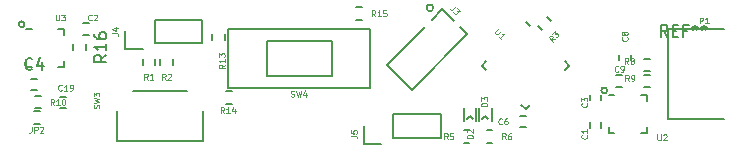
<source format=gbr>
G04 #@! TF.GenerationSoftware,KiCad,Pcbnew,(2016-12-18 revision 3ffa37c)-master*
G04 #@! TF.CreationDate,2017-03-25T20:52:01-07:00*
G04 #@! TF.ProjectId,Pensel,50656E73656C2E6B696361645F706362,rev?*
G04 #@! TF.FileFunction,Legend,Top*
G04 #@! TF.FilePolarity,Positive*
%FSLAX46Y46*%
G04 Gerber Fmt 4.6, Leading zero omitted, Abs format (unit mm)*
G04 Created by KiCad (PCBNEW (2016-12-18 revision 3ffa37c)-master) date Saturday, March 25, 2017 'PMt' 08:52:01 PM*
%MOMM*%
%LPD*%
G01*
G04 APERTURE LIST*
%ADD10C,0.100000*%
%ADD11C,0.200000*%
%ADD12C,0.150000*%
%ADD13C,0.075000*%
G04 APERTURE END LIST*
D10*
D11*
X85582843Y-139400000D02*
G75*
G03X85582843Y-139400000I-282843J0D01*
G01*
D12*
X105500000Y-148800000D02*
X110200000Y-148800000D01*
X110200000Y-141200000D02*
X105500000Y-141200000D01*
X105500000Y-141200000D02*
X105500000Y-148800000D01*
X90100000Y-150825000D02*
X90600000Y-150825000D01*
X90600000Y-149775000D02*
X90100000Y-149775000D01*
X97112311Y-144300000D02*
X96741080Y-144671231D01*
X89687689Y-144300000D02*
X90058920Y-143928769D01*
X93400000Y-148012311D02*
X93771231Y-147641080D01*
X93400000Y-140587689D02*
X93771231Y-140958920D01*
X89687689Y-144300000D02*
X90058920Y-144671231D01*
X93400000Y-148012311D02*
X93028769Y-147641080D01*
X97112311Y-144300000D02*
X96741080Y-143928769D01*
X50975000Y-140800000D02*
G75*
G03X50975000Y-140800000I-250000J0D01*
G01*
X54350000Y-141175000D02*
X53850000Y-141175000D01*
X54350000Y-144425000D02*
X53850000Y-144425000D01*
X51100000Y-144425000D02*
X51600000Y-144425000D01*
X51100000Y-141175000D02*
X51600000Y-141175000D01*
X54350000Y-144425000D02*
X54350000Y-143925000D01*
X51100000Y-144425000D02*
X51100000Y-143925000D01*
X54350000Y-141175000D02*
X54350000Y-141675000D01*
X88150000Y-150825000D02*
X88650000Y-150825000D01*
X88650000Y-149775000D02*
X88150000Y-149775000D01*
X79700000Y-150900000D02*
X79700000Y-149400000D01*
X81200000Y-150900000D02*
X79700000Y-150900000D01*
X86200000Y-150400000D02*
X82200000Y-150400000D01*
X86200000Y-148400000D02*
X86200000Y-150400000D01*
X82200000Y-148400000D02*
X86200000Y-148400000D01*
X82200000Y-150400000D02*
X82200000Y-148400000D01*
X95548008Y-140555546D02*
X95194454Y-140201992D01*
X94451992Y-140944454D02*
X94805546Y-141298008D01*
X103675000Y-146775000D02*
X103675000Y-147275000D01*
X100425000Y-150025000D02*
X100425000Y-149525000D01*
X103675000Y-150025000D02*
X103675000Y-149525000D01*
X100425000Y-146775000D02*
X100925000Y-146775000D01*
X100425000Y-150025000D02*
X100925000Y-150025000D01*
X103675000Y-150025000D02*
X103175000Y-150025000D01*
X103675000Y-146775000D02*
X103175000Y-146775000D01*
X100300000Y-146400000D02*
G75*
G03X100300000Y-146400000I-250000J0D01*
G01*
X102295000Y-143860000D02*
X102295000Y-143360000D01*
X101345000Y-143360000D02*
X101345000Y-143860000D01*
X66097000Y-150720000D02*
X58800000Y-150720000D01*
X58800000Y-150720000D02*
X58800000Y-148150000D01*
X64700000Y-146420000D02*
X60200000Y-146420000D01*
X66097000Y-150720000D02*
X66097000Y-148150000D01*
X68200000Y-146200000D02*
X80200000Y-146200000D01*
X80200000Y-146200000D02*
X80200000Y-141200000D01*
X80200000Y-141200000D02*
X68200000Y-141200000D01*
X68200000Y-141200000D02*
X68200000Y-146200000D01*
X71500000Y-145200000D02*
X77000000Y-145200000D01*
X77000000Y-145200000D02*
X77000000Y-142200000D01*
X77000000Y-142200000D02*
X71500000Y-142200000D01*
X71500000Y-142200000D02*
X71500000Y-145200000D01*
X98825000Y-149050000D02*
X98825000Y-149550000D01*
X99775000Y-149550000D02*
X99775000Y-149050000D01*
X55950000Y-141675000D02*
X56450000Y-141675000D01*
X56450000Y-140725000D02*
X55950000Y-140725000D01*
X99775000Y-147250000D02*
X99775000Y-146750000D01*
X98825000Y-146750000D02*
X98825000Y-147250000D01*
X52050000Y-145425000D02*
X51550000Y-145425000D01*
X51550000Y-146375000D02*
X52050000Y-146375000D01*
X92950000Y-149475000D02*
X93450000Y-149475000D01*
X93450000Y-148525000D02*
X92950000Y-148525000D01*
X101025000Y-146075000D02*
X101525000Y-146075000D01*
X101525000Y-145125000D02*
X101025000Y-145125000D01*
X54450000Y-146925000D02*
X53950000Y-146925000D01*
X53950000Y-147875000D02*
X54450000Y-147875000D01*
X88700000Y-148600000D02*
X88450000Y-148800000D01*
X88950000Y-148800000D02*
X88700000Y-148600000D01*
X89225000Y-148950000D02*
X89225000Y-147900000D01*
X88175000Y-148950000D02*
X88175000Y-147900000D01*
X89475000Y-148950000D02*
X89475000Y-147900000D01*
X90525000Y-148950000D02*
X90525000Y-147900000D01*
X90250000Y-148800000D02*
X90000000Y-148600000D01*
X90000000Y-148600000D02*
X89750000Y-148800000D01*
X88446661Y-141623188D02*
X87880975Y-141057502D01*
X83744401Y-146325448D02*
X88446661Y-141623188D01*
X83744401Y-146325448D02*
X81658436Y-144239483D01*
X81658436Y-144239483D02*
X84875771Y-141022147D01*
X87315290Y-140491817D02*
X86360696Y-139537223D01*
X86360696Y-139537223D02*
X85441457Y-140456462D01*
X62000000Y-142400000D02*
X62000000Y-140400000D01*
X62000000Y-140400000D02*
X66000000Y-140400000D01*
X66000000Y-140400000D02*
X66000000Y-142400000D01*
X66000000Y-142400000D02*
X62000000Y-142400000D01*
X61000000Y-142900000D02*
X59500000Y-142900000D01*
X59500000Y-142900000D02*
X59500000Y-141400000D01*
X62025000Y-144250000D02*
X62025000Y-143750000D01*
X60975000Y-143750000D02*
X60975000Y-144250000D01*
X62475000Y-143750000D02*
X62475000Y-144250000D01*
X63525000Y-144250000D02*
X63525000Y-143750000D01*
X103940000Y-143745000D02*
X103440000Y-143745000D01*
X103440000Y-144795000D02*
X103940000Y-144795000D01*
X103440000Y-146115000D02*
X103940000Y-146115000D01*
X103940000Y-145065000D02*
X103440000Y-145065000D01*
X51850000Y-147925000D02*
X52350000Y-147925000D01*
X52350000Y-146875000D02*
X51850000Y-146875000D01*
X66875000Y-141600000D02*
X66875000Y-142100000D01*
X67925000Y-142100000D02*
X67925000Y-141600000D01*
X68050000Y-147525000D02*
X68550000Y-147525000D01*
X68550000Y-146475000D02*
X68050000Y-146475000D01*
X79550000Y-139375000D02*
X79050000Y-139375000D01*
X79050000Y-140425000D02*
X79550000Y-140425000D01*
X51800000Y-149225000D02*
X52300000Y-149225000D01*
X52300000Y-148175000D02*
X51800000Y-148175000D01*
X56175000Y-143000000D02*
X56175000Y-142500000D01*
X55125000Y-142500000D02*
X55125000Y-143000000D01*
X105416666Y-141852380D02*
X105083333Y-141376190D01*
X104845238Y-141852380D02*
X104845238Y-140852380D01*
X105226190Y-140852380D01*
X105321428Y-140900000D01*
X105369047Y-140947619D01*
X105416666Y-141042857D01*
X105416666Y-141185714D01*
X105369047Y-141280952D01*
X105321428Y-141328571D01*
X105226190Y-141376190D01*
X104845238Y-141376190D01*
X105845238Y-141328571D02*
X106178571Y-141328571D01*
X106321428Y-141852380D02*
X105845238Y-141852380D01*
X105845238Y-140852380D01*
X106321428Y-140852380D01*
X107083333Y-141328571D02*
X106750000Y-141328571D01*
X106750000Y-141852380D02*
X106750000Y-140852380D01*
X107226190Y-140852380D01*
X107750000Y-140852380D02*
X107750000Y-141090476D01*
X107511904Y-140995238D02*
X107750000Y-141090476D01*
X107988095Y-140995238D01*
X107607142Y-141280952D02*
X107750000Y-141090476D01*
X107892857Y-141280952D01*
X108511904Y-140852380D02*
X108511904Y-141090476D01*
X108273809Y-140995238D02*
X108511904Y-141090476D01*
X108750000Y-140995238D01*
X108369047Y-141280952D02*
X108511904Y-141090476D01*
X108654761Y-141280952D01*
D13*
X108130952Y-140726190D02*
X108130952Y-140226190D01*
X108321428Y-140226190D01*
X108369047Y-140250000D01*
X108392857Y-140273809D01*
X108416666Y-140321428D01*
X108416666Y-140392857D01*
X108392857Y-140440476D01*
X108369047Y-140464285D01*
X108321428Y-140488095D01*
X108130952Y-140488095D01*
X108892857Y-140726190D02*
X108607142Y-140726190D01*
X108750000Y-140726190D02*
X108750000Y-140226190D01*
X108702380Y-140297619D01*
X108654761Y-140345238D01*
X108607142Y-140369047D01*
X91716666Y-150526190D02*
X91550000Y-150288095D01*
X91430952Y-150526190D02*
X91430952Y-150026190D01*
X91621428Y-150026190D01*
X91669047Y-150050000D01*
X91692857Y-150073809D01*
X91716666Y-150121428D01*
X91716666Y-150192857D01*
X91692857Y-150240476D01*
X91669047Y-150264285D01*
X91621428Y-150288095D01*
X91430952Y-150288095D01*
X92145238Y-150026190D02*
X92050000Y-150026190D01*
X92002380Y-150050000D01*
X91978571Y-150073809D01*
X91930952Y-150145238D01*
X91907142Y-150240476D01*
X91907142Y-150430952D01*
X91930952Y-150478571D01*
X91954761Y-150502380D01*
X92002380Y-150526190D01*
X92097619Y-150526190D01*
X92145238Y-150502380D01*
X92169047Y-150478571D01*
X92192857Y-150430952D01*
X92192857Y-150311904D01*
X92169047Y-150264285D01*
X92145238Y-150240476D01*
X92097619Y-150216666D01*
X92002380Y-150216666D01*
X91954761Y-150240476D01*
X91930952Y-150264285D01*
X91907142Y-150311904D01*
X91124238Y-141137013D02*
X90838028Y-141423223D01*
X90821192Y-141473730D01*
X90821192Y-141507402D01*
X90838028Y-141557910D01*
X90905372Y-141625253D01*
X90955879Y-141642089D01*
X90989551Y-141642089D01*
X91040059Y-141625253D01*
X91326269Y-141339043D01*
X91326269Y-142046150D02*
X91124238Y-141844120D01*
X91225253Y-141945135D02*
X91578807Y-141591582D01*
X91494627Y-141608417D01*
X91427284Y-141608417D01*
X91376776Y-141591582D01*
X53619047Y-139976190D02*
X53619047Y-140380952D01*
X53642857Y-140428571D01*
X53666666Y-140452380D01*
X53714285Y-140476190D01*
X53809523Y-140476190D01*
X53857142Y-140452380D01*
X53880952Y-140428571D01*
X53904761Y-140380952D01*
X53904761Y-139976190D01*
X54095238Y-139976190D02*
X54404761Y-139976190D01*
X54238095Y-140166666D01*
X54309523Y-140166666D01*
X54357142Y-140190476D01*
X54380952Y-140214285D01*
X54404761Y-140261904D01*
X54404761Y-140380952D01*
X54380952Y-140428571D01*
X54357142Y-140452380D01*
X54309523Y-140476190D01*
X54166666Y-140476190D01*
X54119047Y-140452380D01*
X54095238Y-140428571D01*
X86816666Y-150526190D02*
X86650000Y-150288095D01*
X86530952Y-150526190D02*
X86530952Y-150026190D01*
X86721428Y-150026190D01*
X86769047Y-150050000D01*
X86792857Y-150073809D01*
X86816666Y-150121428D01*
X86816666Y-150192857D01*
X86792857Y-150240476D01*
X86769047Y-150264285D01*
X86721428Y-150288095D01*
X86530952Y-150288095D01*
X87269047Y-150026190D02*
X87030952Y-150026190D01*
X87007142Y-150264285D01*
X87030952Y-150240476D01*
X87078571Y-150216666D01*
X87197619Y-150216666D01*
X87245238Y-150240476D01*
X87269047Y-150264285D01*
X87292857Y-150311904D01*
X87292857Y-150430952D01*
X87269047Y-150478571D01*
X87245238Y-150502380D01*
X87197619Y-150526190D01*
X87078571Y-150526190D01*
X87030952Y-150502380D01*
X87007142Y-150478571D01*
X78626190Y-150266666D02*
X78983333Y-150266666D01*
X79054761Y-150290476D01*
X79102380Y-150338095D01*
X79126190Y-150409523D01*
X79126190Y-150457142D01*
X78626190Y-149790476D02*
X78626190Y-150028571D01*
X78864285Y-150052380D01*
X78840476Y-150028571D01*
X78816666Y-149980952D01*
X78816666Y-149861904D01*
X78840476Y-149814285D01*
X78864285Y-149790476D01*
X78911904Y-149766666D01*
X79030952Y-149766666D01*
X79078571Y-149790476D01*
X79102380Y-149814285D01*
X79126190Y-149861904D01*
X79126190Y-149980952D01*
X79102380Y-150028571D01*
X79078571Y-150052380D01*
X95901015Y-142068866D02*
X95614805Y-142018358D01*
X95698984Y-142270896D02*
X95345431Y-141917343D01*
X95480118Y-141782656D01*
X95530625Y-141765820D01*
X95564297Y-141765820D01*
X95614805Y-141782656D01*
X95665312Y-141833164D01*
X95682148Y-141883671D01*
X95682148Y-141917343D01*
X95665312Y-141967851D01*
X95530625Y-142102538D01*
X95665312Y-141597461D02*
X95884179Y-141378595D01*
X95901015Y-141631133D01*
X95951522Y-141580625D01*
X96002030Y-141563790D01*
X96035702Y-141563790D01*
X96086209Y-141580625D01*
X96170389Y-141664805D01*
X96187225Y-141715312D01*
X96187225Y-141748984D01*
X96170389Y-141799492D01*
X96069374Y-141900507D01*
X96018866Y-141917343D01*
X95985194Y-141917343D01*
X104569047Y-150126190D02*
X104569047Y-150530952D01*
X104592857Y-150578571D01*
X104616666Y-150602380D01*
X104664285Y-150626190D01*
X104759523Y-150626190D01*
X104807142Y-150602380D01*
X104830952Y-150578571D01*
X104854761Y-150530952D01*
X104854761Y-150126190D01*
X105069047Y-150173809D02*
X105092857Y-150150000D01*
X105140476Y-150126190D01*
X105259523Y-150126190D01*
X105307142Y-150150000D01*
X105330952Y-150173809D01*
X105354761Y-150221428D01*
X105354761Y-150269047D01*
X105330952Y-150340476D01*
X105045238Y-150626190D01*
X105354761Y-150626190D01*
X101998571Y-141893333D02*
X102022380Y-141917142D01*
X102046190Y-141988571D01*
X102046190Y-142036190D01*
X102022380Y-142107619D01*
X101974761Y-142155238D01*
X101927142Y-142179047D01*
X101831904Y-142202857D01*
X101760476Y-142202857D01*
X101665238Y-142179047D01*
X101617619Y-142155238D01*
X101570000Y-142107619D01*
X101546190Y-142036190D01*
X101546190Y-141988571D01*
X101570000Y-141917142D01*
X101593809Y-141893333D01*
X101760476Y-141607619D02*
X101736666Y-141655238D01*
X101712857Y-141679047D01*
X101665238Y-141702857D01*
X101641428Y-141702857D01*
X101593809Y-141679047D01*
X101570000Y-141655238D01*
X101546190Y-141607619D01*
X101546190Y-141512380D01*
X101570000Y-141464761D01*
X101593809Y-141440952D01*
X101641428Y-141417142D01*
X101665238Y-141417142D01*
X101712857Y-141440952D01*
X101736666Y-141464761D01*
X101760476Y-141512380D01*
X101760476Y-141607619D01*
X101784285Y-141655238D01*
X101808095Y-141679047D01*
X101855714Y-141702857D01*
X101950952Y-141702857D01*
X101998571Y-141679047D01*
X102022380Y-141655238D01*
X102046190Y-141607619D01*
X102046190Y-141512380D01*
X102022380Y-141464761D01*
X101998571Y-141440952D01*
X101950952Y-141417142D01*
X101855714Y-141417142D01*
X101808095Y-141440952D01*
X101784285Y-141464761D01*
X101760476Y-141512380D01*
X57302380Y-147916666D02*
X57326190Y-147845238D01*
X57326190Y-147726190D01*
X57302380Y-147678571D01*
X57278571Y-147654761D01*
X57230952Y-147630952D01*
X57183333Y-147630952D01*
X57135714Y-147654761D01*
X57111904Y-147678571D01*
X57088095Y-147726190D01*
X57064285Y-147821428D01*
X57040476Y-147869047D01*
X57016666Y-147892857D01*
X56969047Y-147916666D01*
X56921428Y-147916666D01*
X56873809Y-147892857D01*
X56850000Y-147869047D01*
X56826190Y-147821428D01*
X56826190Y-147702380D01*
X56850000Y-147630952D01*
X56826190Y-147464285D02*
X57326190Y-147345238D01*
X56969047Y-147250000D01*
X57326190Y-147154761D01*
X56826190Y-147035714D01*
X56826190Y-146892857D02*
X56826190Y-146583333D01*
X57016666Y-146750000D01*
X57016666Y-146678571D01*
X57040476Y-146630952D01*
X57064285Y-146607142D01*
X57111904Y-146583333D01*
X57230952Y-146583333D01*
X57278571Y-146607142D01*
X57302380Y-146630952D01*
X57326190Y-146678571D01*
X57326190Y-146821428D01*
X57302380Y-146869047D01*
X57278571Y-146892857D01*
X73533333Y-146902380D02*
X73604761Y-146926190D01*
X73723809Y-146926190D01*
X73771428Y-146902380D01*
X73795238Y-146878571D01*
X73819047Y-146830952D01*
X73819047Y-146783333D01*
X73795238Y-146735714D01*
X73771428Y-146711904D01*
X73723809Y-146688095D01*
X73628571Y-146664285D01*
X73580952Y-146640476D01*
X73557142Y-146616666D01*
X73533333Y-146569047D01*
X73533333Y-146521428D01*
X73557142Y-146473809D01*
X73580952Y-146450000D01*
X73628571Y-146426190D01*
X73747619Y-146426190D01*
X73819047Y-146450000D01*
X73985714Y-146426190D02*
X74104761Y-146926190D01*
X74200000Y-146569047D01*
X74295238Y-146926190D01*
X74414285Y-146426190D01*
X74819047Y-146592857D02*
X74819047Y-146926190D01*
X74700000Y-146402380D02*
X74580952Y-146759523D01*
X74890476Y-146759523D01*
X98578571Y-150183333D02*
X98602380Y-150207142D01*
X98626190Y-150278571D01*
X98626190Y-150326190D01*
X98602380Y-150397619D01*
X98554761Y-150445238D01*
X98507142Y-150469047D01*
X98411904Y-150492857D01*
X98340476Y-150492857D01*
X98245238Y-150469047D01*
X98197619Y-150445238D01*
X98150000Y-150397619D01*
X98126190Y-150326190D01*
X98126190Y-150278571D01*
X98150000Y-150207142D01*
X98173809Y-150183333D01*
X98626190Y-149707142D02*
X98626190Y-149992857D01*
X98626190Y-149850000D02*
X98126190Y-149850000D01*
X98197619Y-149897619D01*
X98245238Y-149945238D01*
X98269047Y-149992857D01*
X56666666Y-140428571D02*
X56642857Y-140452380D01*
X56571428Y-140476190D01*
X56523809Y-140476190D01*
X56452380Y-140452380D01*
X56404761Y-140404761D01*
X56380952Y-140357142D01*
X56357142Y-140261904D01*
X56357142Y-140190476D01*
X56380952Y-140095238D01*
X56404761Y-140047619D01*
X56452380Y-140000000D01*
X56523809Y-139976190D01*
X56571428Y-139976190D01*
X56642857Y-140000000D01*
X56666666Y-140023809D01*
X56857142Y-140023809D02*
X56880952Y-140000000D01*
X56928571Y-139976190D01*
X57047619Y-139976190D01*
X57095238Y-140000000D01*
X57119047Y-140023809D01*
X57142857Y-140071428D01*
X57142857Y-140119047D01*
X57119047Y-140190476D01*
X56833333Y-140476190D01*
X57142857Y-140476190D01*
X98578571Y-147483333D02*
X98602380Y-147507142D01*
X98626190Y-147578571D01*
X98626190Y-147626190D01*
X98602380Y-147697619D01*
X98554761Y-147745238D01*
X98507142Y-147769047D01*
X98411904Y-147792857D01*
X98340476Y-147792857D01*
X98245238Y-147769047D01*
X98197619Y-147745238D01*
X98150000Y-147697619D01*
X98126190Y-147626190D01*
X98126190Y-147578571D01*
X98150000Y-147507142D01*
X98173809Y-147483333D01*
X98126190Y-147316666D02*
X98126190Y-147007142D01*
X98316666Y-147173809D01*
X98316666Y-147102380D01*
X98340476Y-147054761D01*
X98364285Y-147030952D01*
X98411904Y-147007142D01*
X98530952Y-147007142D01*
X98578571Y-147030952D01*
X98602380Y-147054761D01*
X98626190Y-147102380D01*
X98626190Y-147245238D01*
X98602380Y-147292857D01*
X98578571Y-147316666D01*
D12*
X51633333Y-144557142D02*
X51585714Y-144604761D01*
X51442857Y-144652380D01*
X51347619Y-144652380D01*
X51204761Y-144604761D01*
X51109523Y-144509523D01*
X51061904Y-144414285D01*
X51014285Y-144223809D01*
X51014285Y-144080952D01*
X51061904Y-143890476D01*
X51109523Y-143795238D01*
X51204761Y-143700000D01*
X51347619Y-143652380D01*
X51442857Y-143652380D01*
X51585714Y-143700000D01*
X51633333Y-143747619D01*
X52490476Y-143985714D02*
X52490476Y-144652380D01*
X52252380Y-143604761D02*
X52014285Y-144319047D01*
X52633333Y-144319047D01*
D13*
X91416666Y-149228571D02*
X91392857Y-149252380D01*
X91321428Y-149276190D01*
X91273809Y-149276190D01*
X91202380Y-149252380D01*
X91154761Y-149204761D01*
X91130952Y-149157142D01*
X91107142Y-149061904D01*
X91107142Y-148990476D01*
X91130952Y-148895238D01*
X91154761Y-148847619D01*
X91202380Y-148800000D01*
X91273809Y-148776190D01*
X91321428Y-148776190D01*
X91392857Y-148800000D01*
X91416666Y-148823809D01*
X91845238Y-148776190D02*
X91750000Y-148776190D01*
X91702380Y-148800000D01*
X91678571Y-148823809D01*
X91630952Y-148895238D01*
X91607142Y-148990476D01*
X91607142Y-149180952D01*
X91630952Y-149228571D01*
X91654761Y-149252380D01*
X91702380Y-149276190D01*
X91797619Y-149276190D01*
X91845238Y-149252380D01*
X91869047Y-149228571D01*
X91892857Y-149180952D01*
X91892857Y-149061904D01*
X91869047Y-149014285D01*
X91845238Y-148990476D01*
X91797619Y-148966666D01*
X91702380Y-148966666D01*
X91654761Y-148990476D01*
X91630952Y-149014285D01*
X91607142Y-149061904D01*
X101241666Y-144778571D02*
X101217857Y-144802380D01*
X101146428Y-144826190D01*
X101098809Y-144826190D01*
X101027380Y-144802380D01*
X100979761Y-144754761D01*
X100955952Y-144707142D01*
X100932142Y-144611904D01*
X100932142Y-144540476D01*
X100955952Y-144445238D01*
X100979761Y-144397619D01*
X101027380Y-144350000D01*
X101098809Y-144326190D01*
X101146428Y-144326190D01*
X101217857Y-144350000D01*
X101241666Y-144373809D01*
X101479761Y-144826190D02*
X101575000Y-144826190D01*
X101622619Y-144802380D01*
X101646428Y-144778571D01*
X101694047Y-144707142D01*
X101717857Y-144611904D01*
X101717857Y-144421428D01*
X101694047Y-144373809D01*
X101670238Y-144350000D01*
X101622619Y-144326190D01*
X101527380Y-144326190D01*
X101479761Y-144350000D01*
X101455952Y-144373809D01*
X101432142Y-144421428D01*
X101432142Y-144540476D01*
X101455952Y-144588095D01*
X101479761Y-144611904D01*
X101527380Y-144635714D01*
X101622619Y-144635714D01*
X101670238Y-144611904D01*
X101694047Y-144588095D01*
X101717857Y-144540476D01*
X54128571Y-146378571D02*
X54104761Y-146402380D01*
X54033333Y-146426190D01*
X53985714Y-146426190D01*
X53914285Y-146402380D01*
X53866666Y-146354761D01*
X53842857Y-146307142D01*
X53819047Y-146211904D01*
X53819047Y-146140476D01*
X53842857Y-146045238D01*
X53866666Y-145997619D01*
X53914285Y-145950000D01*
X53985714Y-145926190D01*
X54033333Y-145926190D01*
X54104761Y-145950000D01*
X54128571Y-145973809D01*
X54604761Y-146426190D02*
X54319047Y-146426190D01*
X54461904Y-146426190D02*
X54461904Y-145926190D01*
X54414285Y-145997619D01*
X54366666Y-146045238D01*
X54319047Y-146069047D01*
X54842857Y-146426190D02*
X54938095Y-146426190D01*
X54985714Y-146402380D01*
X55009523Y-146378571D01*
X55057142Y-146307142D01*
X55080952Y-146211904D01*
X55080952Y-146021428D01*
X55057142Y-145973809D01*
X55033333Y-145950000D01*
X54985714Y-145926190D01*
X54890476Y-145926190D01*
X54842857Y-145950000D01*
X54819047Y-145973809D01*
X54795238Y-146021428D01*
X54795238Y-146140476D01*
X54819047Y-146188095D01*
X54842857Y-146211904D01*
X54890476Y-146235714D01*
X54985714Y-146235714D01*
X55033333Y-146211904D01*
X55057142Y-146188095D01*
X55080952Y-146140476D01*
X88916190Y-150419047D02*
X88416190Y-150419047D01*
X88416190Y-150300000D01*
X88440000Y-150228571D01*
X88487619Y-150180952D01*
X88535238Y-150157142D01*
X88630476Y-150133333D01*
X88701904Y-150133333D01*
X88797142Y-150157142D01*
X88844761Y-150180952D01*
X88892380Y-150228571D01*
X88916190Y-150300000D01*
X88916190Y-150419047D01*
X88463809Y-149942857D02*
X88440000Y-149919047D01*
X88416190Y-149871428D01*
X88416190Y-149752380D01*
X88440000Y-149704761D01*
X88463809Y-149680952D01*
X88511428Y-149657142D01*
X88559047Y-149657142D01*
X88630476Y-149680952D01*
X88916190Y-149966666D01*
X88916190Y-149657142D01*
X90156190Y-147709047D02*
X89656190Y-147709047D01*
X89656190Y-147590000D01*
X89680000Y-147518571D01*
X89727619Y-147470952D01*
X89775238Y-147447142D01*
X89870476Y-147423333D01*
X89941904Y-147423333D01*
X90037142Y-147447142D01*
X90084761Y-147470952D01*
X90132380Y-147518571D01*
X90156190Y-147590000D01*
X90156190Y-147709047D01*
X89656190Y-147256666D02*
X89656190Y-146947142D01*
X89846666Y-147113809D01*
X89846666Y-147042380D01*
X89870476Y-146994761D01*
X89894285Y-146970952D01*
X89941904Y-146947142D01*
X90060952Y-146947142D01*
X90108571Y-146970952D01*
X90132380Y-146994761D01*
X90156190Y-147042380D01*
X90156190Y-147185238D01*
X90132380Y-147232857D01*
X90108571Y-147256666D01*
X87475761Y-139288536D02*
X87223223Y-139541074D01*
X87155879Y-139574746D01*
X87088536Y-139574746D01*
X87021192Y-139541074D01*
X86987521Y-139507402D01*
X87610448Y-139423223D02*
X87829314Y-139642089D01*
X87576776Y-139658925D01*
X87627284Y-139709433D01*
X87644120Y-139759940D01*
X87644120Y-139793612D01*
X87627284Y-139844120D01*
X87543104Y-139928299D01*
X87492597Y-139945135D01*
X87458925Y-139945135D01*
X87408417Y-139928299D01*
X87307402Y-139827284D01*
X87290566Y-139776776D01*
X87290566Y-139743104D01*
X58426190Y-141566666D02*
X58783333Y-141566666D01*
X58854761Y-141590476D01*
X58902380Y-141638095D01*
X58926190Y-141709523D01*
X58926190Y-141757142D01*
X58592857Y-141114285D02*
X58926190Y-141114285D01*
X58402380Y-141233333D02*
X58759523Y-141352380D01*
X58759523Y-141042857D01*
X61416666Y-145476190D02*
X61250000Y-145238095D01*
X61130952Y-145476190D02*
X61130952Y-144976190D01*
X61321428Y-144976190D01*
X61369047Y-145000000D01*
X61392857Y-145023809D01*
X61416666Y-145071428D01*
X61416666Y-145142857D01*
X61392857Y-145190476D01*
X61369047Y-145214285D01*
X61321428Y-145238095D01*
X61130952Y-145238095D01*
X61892857Y-145476190D02*
X61607142Y-145476190D01*
X61750000Y-145476190D02*
X61750000Y-144976190D01*
X61702380Y-145047619D01*
X61654761Y-145095238D01*
X61607142Y-145119047D01*
X62916666Y-145476190D02*
X62750000Y-145238095D01*
X62630952Y-145476190D02*
X62630952Y-144976190D01*
X62821428Y-144976190D01*
X62869047Y-145000000D01*
X62892857Y-145023809D01*
X62916666Y-145071428D01*
X62916666Y-145142857D01*
X62892857Y-145190476D01*
X62869047Y-145214285D01*
X62821428Y-145238095D01*
X62630952Y-145238095D01*
X63107142Y-145023809D02*
X63130952Y-145000000D01*
X63178571Y-144976190D01*
X63297619Y-144976190D01*
X63345238Y-145000000D01*
X63369047Y-145023809D01*
X63392857Y-145071428D01*
X63392857Y-145119047D01*
X63369047Y-145190476D01*
X63083333Y-145476190D01*
X63392857Y-145476190D01*
X102096666Y-144156190D02*
X101930000Y-143918095D01*
X101810952Y-144156190D02*
X101810952Y-143656190D01*
X102001428Y-143656190D01*
X102049047Y-143680000D01*
X102072857Y-143703809D01*
X102096666Y-143751428D01*
X102096666Y-143822857D01*
X102072857Y-143870476D01*
X102049047Y-143894285D01*
X102001428Y-143918095D01*
X101810952Y-143918095D01*
X102382380Y-143870476D02*
X102334761Y-143846666D01*
X102310952Y-143822857D01*
X102287142Y-143775238D01*
X102287142Y-143751428D01*
X102310952Y-143703809D01*
X102334761Y-143680000D01*
X102382380Y-143656190D01*
X102477619Y-143656190D01*
X102525238Y-143680000D01*
X102549047Y-143703809D01*
X102572857Y-143751428D01*
X102572857Y-143775238D01*
X102549047Y-143822857D01*
X102525238Y-143846666D01*
X102477619Y-143870476D01*
X102382380Y-143870476D01*
X102334761Y-143894285D01*
X102310952Y-143918095D01*
X102287142Y-143965714D01*
X102287142Y-144060952D01*
X102310952Y-144108571D01*
X102334761Y-144132380D01*
X102382380Y-144156190D01*
X102477619Y-144156190D01*
X102525238Y-144132380D01*
X102549047Y-144108571D01*
X102572857Y-144060952D01*
X102572857Y-143965714D01*
X102549047Y-143918095D01*
X102525238Y-143894285D01*
X102477619Y-143870476D01*
X102146666Y-145596190D02*
X101980000Y-145358095D01*
X101860952Y-145596190D02*
X101860952Y-145096190D01*
X102051428Y-145096190D01*
X102099047Y-145120000D01*
X102122857Y-145143809D01*
X102146666Y-145191428D01*
X102146666Y-145262857D01*
X102122857Y-145310476D01*
X102099047Y-145334285D01*
X102051428Y-145358095D01*
X101860952Y-145358095D01*
X102384761Y-145596190D02*
X102480000Y-145596190D01*
X102527619Y-145572380D01*
X102551428Y-145548571D01*
X102599047Y-145477142D01*
X102622857Y-145381904D01*
X102622857Y-145191428D01*
X102599047Y-145143809D01*
X102575238Y-145120000D01*
X102527619Y-145096190D01*
X102432380Y-145096190D01*
X102384761Y-145120000D01*
X102360952Y-145143809D01*
X102337142Y-145191428D01*
X102337142Y-145310476D01*
X102360952Y-145358095D01*
X102384761Y-145381904D01*
X102432380Y-145405714D01*
X102527619Y-145405714D01*
X102575238Y-145381904D01*
X102599047Y-145358095D01*
X102622857Y-145310476D01*
X53478571Y-147626190D02*
X53311904Y-147388095D01*
X53192857Y-147626190D02*
X53192857Y-147126190D01*
X53383333Y-147126190D01*
X53430952Y-147150000D01*
X53454761Y-147173809D01*
X53478571Y-147221428D01*
X53478571Y-147292857D01*
X53454761Y-147340476D01*
X53430952Y-147364285D01*
X53383333Y-147388095D01*
X53192857Y-147388095D01*
X53954761Y-147626190D02*
X53669047Y-147626190D01*
X53811904Y-147626190D02*
X53811904Y-147126190D01*
X53764285Y-147197619D01*
X53716666Y-147245238D01*
X53669047Y-147269047D01*
X54264285Y-147126190D02*
X54311904Y-147126190D01*
X54359523Y-147150000D01*
X54383333Y-147173809D01*
X54407142Y-147221428D01*
X54430952Y-147316666D01*
X54430952Y-147435714D01*
X54407142Y-147530952D01*
X54383333Y-147578571D01*
X54359523Y-147602380D01*
X54311904Y-147626190D01*
X54264285Y-147626190D01*
X54216666Y-147602380D01*
X54192857Y-147578571D01*
X54169047Y-147530952D01*
X54145238Y-147435714D01*
X54145238Y-147316666D01*
X54169047Y-147221428D01*
X54192857Y-147173809D01*
X54216666Y-147150000D01*
X54264285Y-147126190D01*
X67926190Y-144221428D02*
X67688095Y-144388095D01*
X67926190Y-144507142D02*
X67426190Y-144507142D01*
X67426190Y-144316666D01*
X67450000Y-144269047D01*
X67473809Y-144245238D01*
X67521428Y-144221428D01*
X67592857Y-144221428D01*
X67640476Y-144245238D01*
X67664285Y-144269047D01*
X67688095Y-144316666D01*
X67688095Y-144507142D01*
X67926190Y-143745238D02*
X67926190Y-144030952D01*
X67926190Y-143888095D02*
X67426190Y-143888095D01*
X67497619Y-143935714D01*
X67545238Y-143983333D01*
X67569047Y-144030952D01*
X67426190Y-143578571D02*
X67426190Y-143269047D01*
X67616666Y-143435714D01*
X67616666Y-143364285D01*
X67640476Y-143316666D01*
X67664285Y-143292857D01*
X67711904Y-143269047D01*
X67830952Y-143269047D01*
X67878571Y-143292857D01*
X67902380Y-143316666D01*
X67926190Y-143364285D01*
X67926190Y-143507142D01*
X67902380Y-143554761D01*
X67878571Y-143578571D01*
X67878571Y-148326190D02*
X67711904Y-148088095D01*
X67592857Y-148326190D02*
X67592857Y-147826190D01*
X67783333Y-147826190D01*
X67830952Y-147850000D01*
X67854761Y-147873809D01*
X67878571Y-147921428D01*
X67878571Y-147992857D01*
X67854761Y-148040476D01*
X67830952Y-148064285D01*
X67783333Y-148088095D01*
X67592857Y-148088095D01*
X68354761Y-148326190D02*
X68069047Y-148326190D01*
X68211904Y-148326190D02*
X68211904Y-147826190D01*
X68164285Y-147897619D01*
X68116666Y-147945238D01*
X68069047Y-147969047D01*
X68783333Y-147992857D02*
X68783333Y-148326190D01*
X68664285Y-147802380D02*
X68545238Y-148159523D01*
X68854761Y-148159523D01*
X80678571Y-140126190D02*
X80511904Y-139888095D01*
X80392857Y-140126190D02*
X80392857Y-139626190D01*
X80583333Y-139626190D01*
X80630952Y-139650000D01*
X80654761Y-139673809D01*
X80678571Y-139721428D01*
X80678571Y-139792857D01*
X80654761Y-139840476D01*
X80630952Y-139864285D01*
X80583333Y-139888095D01*
X80392857Y-139888095D01*
X81154761Y-140126190D02*
X80869047Y-140126190D01*
X81011904Y-140126190D02*
X81011904Y-139626190D01*
X80964285Y-139697619D01*
X80916666Y-139745238D01*
X80869047Y-139769047D01*
X81607142Y-139626190D02*
X81369047Y-139626190D01*
X81345238Y-139864285D01*
X81369047Y-139840476D01*
X81416666Y-139816666D01*
X81535714Y-139816666D01*
X81583333Y-139840476D01*
X81607142Y-139864285D01*
X81630952Y-139911904D01*
X81630952Y-140030952D01*
X81607142Y-140078571D01*
X81583333Y-140102380D01*
X81535714Y-140126190D01*
X81416666Y-140126190D01*
X81369047Y-140102380D01*
X81345238Y-140078571D01*
X51583333Y-149476190D02*
X51583333Y-149833333D01*
X51559523Y-149904761D01*
X51511904Y-149952380D01*
X51440476Y-149976190D01*
X51392857Y-149976190D01*
X51821428Y-149976190D02*
X51821428Y-149476190D01*
X52011904Y-149476190D01*
X52059523Y-149500000D01*
X52083333Y-149523809D01*
X52107142Y-149571428D01*
X52107142Y-149642857D01*
X52083333Y-149690476D01*
X52059523Y-149714285D01*
X52011904Y-149738095D01*
X51821428Y-149738095D01*
X52297619Y-149523809D02*
X52321428Y-149500000D01*
X52369047Y-149476190D01*
X52488095Y-149476190D01*
X52535714Y-149500000D01*
X52559523Y-149523809D01*
X52583333Y-149571428D01*
X52583333Y-149619047D01*
X52559523Y-149690476D01*
X52273809Y-149976190D01*
X52583333Y-149976190D01*
D12*
X57902380Y-143392857D02*
X57426190Y-143726190D01*
X57902380Y-143964285D02*
X56902380Y-143964285D01*
X56902380Y-143583333D01*
X56950000Y-143488095D01*
X56997619Y-143440476D01*
X57092857Y-143392857D01*
X57235714Y-143392857D01*
X57330952Y-143440476D01*
X57378571Y-143488095D01*
X57426190Y-143583333D01*
X57426190Y-143964285D01*
X57902380Y-142440476D02*
X57902380Y-143011904D01*
X57902380Y-142726190D02*
X56902380Y-142726190D01*
X57045238Y-142821428D01*
X57140476Y-142916666D01*
X57188095Y-143011904D01*
X56902380Y-141583333D02*
X56902380Y-141773809D01*
X56950000Y-141869047D01*
X56997619Y-141916666D01*
X57140476Y-142011904D01*
X57330952Y-142059523D01*
X57711904Y-142059523D01*
X57807142Y-142011904D01*
X57854761Y-141964285D01*
X57902380Y-141869047D01*
X57902380Y-141678571D01*
X57854761Y-141583333D01*
X57807142Y-141535714D01*
X57711904Y-141488095D01*
X57473809Y-141488095D01*
X57378571Y-141535714D01*
X57330952Y-141583333D01*
X57283333Y-141678571D01*
X57283333Y-141869047D01*
X57330952Y-141964285D01*
X57378571Y-142011904D01*
X57473809Y-142059523D01*
M02*

</source>
